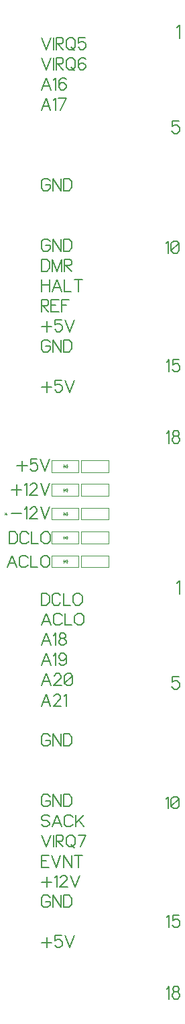
<source format=gto>
G04*
G04  File:            TEMP_GERBER.GTO, Wed Dec 04 20:29:51 2019*
G04  Source:          P-CAD 2006 PCB, Version 19.02.958, (D:\retrocomputing\pdp11-mpi-breakout-board\pcb\temp_gerber.pcb)*
G04  Format:          Gerber Format (RS-274-D), ASCII*
G04*
G04  Format Options:  Absolute Positioning*
G04                   Leading-Zero Suppression*
G04                   Scale Factor 1:1*
G04                   NO Circular Interpolation*
G04                   Inch Units*
G04                   Numeric Format: 4.4 (XXXX.XXXX)*
G04                   G54 NOT Used for Aperture Change*
G04                   Apertures Embedded*
G04*
G04  File Options:    Offset = (0.0mil,0.0mil)*
G04                   Drill Symbol Size = 80.0mil*
G04                   No Pad/Via Holes*
G04*
G04  File Contents:   No Pads*
G04                   No Vias*
G04                   Designators*
G04                   No Types*
G04                   No Values*
G04                   No Drill Symbols*
G04                   Top Silk*
G04*
%INTEMP_GERBER.GTO*%
%ICAS*%
%MOIN*%
G04*
G04  Aperture MACROs for general use --- invoked via D-code assignment *
G04*
G04  General MACRO for flashed round with rotation and/or offset hole *
%AMROTOFFROUND*
1,1,$1,0.0000,0.0000*
1,0,$2,$3,$4*%
G04*
G04  General MACRO for flashed oval (obround) with rotation and/or offset hole *
%AMROTOFFOVAL*
21,1,$1,$2,0.0000,0.0000,$3*
1,1,$4,$5,$6*
1,1,$4,0-$5,0-$6*
1,0,$7,$8,$9*%
G04*
G04  General MACRO for flashed oval (obround) with rotation and no hole *
%AMROTOVALNOHOLE*
21,1,$1,$2,0.0000,0.0000,$3*
1,1,$4,$5,$6*
1,1,$4,0-$5,0-$6*%
G04*
G04  General MACRO for flashed rectangle with rotation and/or offset hole *
%AMROTOFFRECT*
21,1,$1,$2,0.0000,0.0000,$3*
1,0,$4,$5,$6*%
G04*
G04  General MACRO for flashed rectangle with rotation and no hole *
%AMROTRECTNOHOLE*
21,1,$1,$2,0.0000,0.0000,$3*%
G04*
G04  General MACRO for flashed rounded-rectangle *
%AMROUNDRECT*
21,1,$1,$2-$4,0.0000,0.0000,$3*
21,1,$1-$4,$2,0.0000,0.0000,$3*
1,1,$4,$5,$6*
1,1,$4,$7,$8*
1,1,$4,0-$5,0-$6*
1,1,$4,0-$7,0-$8*
1,0,$9,$10,$11*%
G04*
G04  General MACRO for flashed rounded-rectangle with rotation and no hole *
%AMROUNDRECTNOHOLE*
21,1,$1,$2-$4,0.0000,0.0000,$3*
21,1,$1-$4,$2,0.0000,0.0000,$3*
1,1,$4,$5,$6*
1,1,$4,$7,$8*
1,1,$4,0-$5,0-$6*
1,1,$4,0-$7,0-$8*%
G04*
G04  General MACRO for flashed regular polygon *
%AMREGPOLY*
5,1,$1,0.0000,0.0000,$2,$3+$4*
1,0,$5,$6,$7*%
G04*
G04  General MACRO for flashed regular polygon with no hole *
%AMREGPOLYNOHOLE*
5,1,$1,0.0000,0.0000,$2,$3+$4*%
G04*
G04  General MACRO for target *
%AMTARGET*
6,0,0,$1,$2,$3,4,$4,$5,$6*%
G04*
G04  General MACRO for mounting hole *
%AMMTHOLE*
1,1,$1,0,0*
1,0,$2,0,0*
$1=$1-$2*
$1=$1/2*
21,1,$2+$1,$3,0,0,$4*
21,1,$3,$2+$1,0,0,$4*%
G04*
G04*
G04  D10 : "Ellipse X0.254mm Y0.254mm H0.000mm 0.0deg (0.000mm,0.000mm) Draw"*
G04  Disc: OuterDia=0.0100*
%ADD10C, 0.0100*%
G04  D11 : "Ellipse X0.400mm Y0.400mm H0.000mm 0.0deg (0.000mm,0.000mm) Draw"*
G04  Disc: OuterDia=0.0157*
%ADD11C, 0.0157*%
G04  D12 : "Ellipse X0.500mm Y0.500mm H0.000mm 0.0deg (0.000mm,0.000mm) Draw"*
G04  Disc: OuterDia=0.0197*
%ADD12C, 0.0197*%
G04  D13 : "Ellipse X0.100mm Y0.100mm H0.000mm 0.0deg (0.000mm,0.000mm) Draw"*
G04  Disc: OuterDia=0.0039*
%ADD13C, 0.0039*%
G04  D14 : "Ellipse X0.200mm Y0.200mm H0.000mm 0.0deg (0.000mm,0.000mm) Draw"*
G04  Disc: OuterDia=0.0079*
%ADD14C, 0.0079*%
G04  D15 : "Ellipse X2.681mm Y2.681mm H0.000mm 0.0deg (0.000mm,0.000mm) Flash"*
G04  Disc: OuterDia=0.1056*
%ADD15C, 0.1056*%
G04  D16 : "Ellipse X2.300mm Y2.300mm H0.000mm 0.0deg (0.000mm,0.000mm) Flash"*
G04  Disc: OuterDia=0.0906*
%ADD16C, 0.0906*%
G04  D17 : "Rounded Rectangle X3.200mm Y1.800mm H0.000mm 0.0deg (0.000mm,0.000mm) Flash"*
G04  RoundRct: DimX=0.1260, DimY=0.0709, CornerRad=0.0177, Rotation=0.0, OffsetX=0.0000, OffsetY=0.0000, HoleDia=0.0000 *
%ADD17ROUNDRECTNOHOLE, 0.1260 X0.0709 X0.0 X0.0354 X-0.0453 X-0.0177 X-0.0453 X0.0177*%
G04  D18 : "Rounded Rectangle X3.581mm Y2.181mm H0.000mm 0.0deg (0.000mm,0.000mm) Flash"*
G04  RoundRct: DimX=0.1410, DimY=0.0859, CornerRad=0.0215, Rotation=0.0, OffsetX=0.0000, OffsetY=0.0000, HoleDia=0.0000 *
%ADD18ROUNDRECTNOHOLE, 0.1410 X0.0859 X0.0 X0.0429 X-0.0490 X-0.0215 X-0.0490 X0.0215*%
G04  D19 : "Rounded Rectangle X1.200mm Y1.300mm H0.000mm 0.0deg (0.000mm,0.000mm) Flash"*
G04  RoundRct: DimX=0.0472, DimY=0.0512, CornerRad=0.0118, Rotation=0.0, OffsetX=0.0000, OffsetY=0.0000, HoleDia=0.0000 *
%ADD19ROUNDRECTNOHOLE, 0.0472 X0.0512 X0.0 X0.0236 X-0.0118 X-0.0138 X-0.0118 X0.0138*%
G04  D20 : "Rounded Rectangle X1.300mm Y1.200mm H0.000mm 0.0deg (0.000mm,0.000mm) Flash"*
G04  RoundRct: DimX=0.0512, DimY=0.0472, CornerRad=0.0118, Rotation=0.0, OffsetX=0.0000, OffsetY=0.0000, HoleDia=0.0000 *
%ADD20ROUNDRECTNOHOLE, 0.0512 X0.0472 X0.0 X0.0236 X-0.0138 X-0.0118 X-0.0138 X0.0118*%
G04  D21 : "Rounded Rectangle X1.581mm Y1.681mm H0.000mm 0.0deg (0.000mm,0.000mm) Flash"*
G04  RoundRct: DimX=0.0622, DimY=0.0662, CornerRad=0.0156, Rotation=0.0, OffsetX=0.0000, OffsetY=0.0000, HoleDia=0.0000 *
%ADD21ROUNDRECTNOHOLE, 0.0622 X0.0662 X0.0 X0.0311 X-0.0156 X-0.0175 X-0.0156 X0.0175*%
G04  D22 : "Rounded Rectangle X1.681mm Y1.581mm H0.000mm 0.0deg (0.000mm,0.000mm) Flash"*
G04  RoundRct: DimX=0.0662, DimY=0.0622, CornerRad=0.0156, Rotation=0.0, OffsetX=0.0000, OffsetY=0.0000, HoleDia=0.0000 *
%ADD22ROUNDRECTNOHOLE, 0.0662 X0.0622 X0.0 X0.0311 X-0.0175 X-0.0156 X-0.0175 X0.0156*%
G04  D23 : "Rectangle X7.500mm Y2.300mm H0.000mm 0.0deg (0.000mm,0.000mm) Flash"*
G04  Rectangular: DimX=0.2953, DimY=0.0906, Rotation=0.0, OffsetX=0.0000, OffsetY=0.0000, HoleDia=0.0000 *
%ADD23R, 0.2953 X0.0906*%
G04  D24 : "Rectangle X7.881mm Y2.681mm H0.000mm 0.0deg (0.000mm,0.000mm) Flash"*
G04  Rectangular: DimX=0.3103, DimY=0.1056, Rotation=0.0, OffsetX=0.0000, OffsetY=0.0000, HoleDia=0.0000 *
%ADD24R, 0.3103 X0.1056*%
G04  D25 : "Rectangle X9.000mm Y2.300mm H0.000mm 0.0deg (0.000mm,0.000mm) Flash"*
G04  Rectangular: DimX=0.3543, DimY=0.0906, Rotation=0.0, OffsetX=0.0000, OffsetY=0.0000, HoleDia=0.0000 *
%ADD25R, 0.3543 X0.0906*%
G04  D26 : "Rectangle X9.381mm Y2.681mm H0.000mm 0.0deg (0.000mm,0.000mm) Flash"*
G04  Rectangular: DimX=0.3693, DimY=0.1056, Rotation=0.0, OffsetX=0.0000, OffsetY=0.0000, HoleDia=0.0000 *
%ADD26R, 0.3693 X0.1056*%
G04  D27 : "Ellipse X0.400mm Y0.400mm H0.000mm 0.0deg (0.000mm,0.000mm) Flash"*
G04  Disc: OuterDia=0.0157*
%ADD27C, 0.0157*%
G04*
%FSLAX44Y44*%
%SFA1B1*%
%OFA0.0000B0.0000*%
G04*
G70*
G90*
G01*
D2*
%LNTop Silk*%
D13*
X38435Y69537*
X38533Y69635D1*
X38435D2*
X38533Y69537D1*
X38484Y69635D2*
Y69537D1*
X38435Y69586D2*
X38533D1*
D2*
D14*
X40688Y50543*
X40573Y50658D1*
X40373*
X40259Y50543*
Y50171*
X40373Y50057*
X40573*
X40688Y50171*
Y50343*
X40459*
X41231Y50658D2*
Y50057D1*
X40831Y50658*
Y50057*
X41375D2*
Y50658D1*
X41632*
X41775Y50515*
Y50200*
X41632Y50057*
X41375*
X40688Y55543D2*
X40573Y55658D1*
X40373*
X40259Y55543*
Y55171*
X40373Y55057*
X40573*
X40688Y55171*
Y55343*
X40459*
X41231Y55658D2*
Y55057D1*
X40831Y55658*
Y55057*
X41375D2*
Y55658D1*
X41632*
X41775Y55515*
Y55200*
X41632Y55057*
X41375*
X40688Y58543D2*
X40573Y58658D1*
X40373*
X40259Y58543*
Y58171*
X40373Y58057*
X40573*
X40688Y58171*
Y58343*
X40459*
X41231Y58658D2*
Y58057D1*
X40831Y58658*
Y58057*
X41375D2*
Y58658D1*
X41632*
X41775Y58515*
Y58200*
X41632Y58057*
X41375*
X40716Y61057D2*
X40487Y61658D1*
X40259Y61057*
X40344Y61257D2*
X40630D1*
X40888Y61543D2*
X41002Y61658D1*
X41117*
X41231Y61543*
Y61429*
X40859Y61057*
X41260*
X41403Y61229D2*
Y61543D1*
X41517Y61658*
X41689*
X41803Y61543*
Y61171*
X41689Y61057*
X41517*
X41403Y61171*
Y61229*
Y61171D2*
X41803Y61543D1*
X40718Y62058D2*
X40489Y62661D1*
X40259Y62058*
X40345Y62259D2*
X40632D1*
X40862Y62546D2*
X40977Y62661D1*
Y62058*
X41120Y62173D2*
X41235Y62058D1*
X41379*
X41494Y62173*
Y62546*
X41379Y62661*
X41235*
X41120Y62546*
Y62431*
X41235Y62316*
X41379*
X41494Y62431*
D2*
D13*
X40767Y68110*
Y68700D1*
Y66929D2*
Y67519D1*
Y69291D2*
Y69881D1*
Y70472D2*
Y71062D1*
D2*
D14*
X40259Y79614*
Y80216D1*
X40517*
X40603Y80130*
Y79987*
X40517Y79901*
X40259*
X40316D2*
X40603Y79614D1*
X41119Y80216D2*
X40746D1*
Y79614*
X41119*
X40746Y79930D2*
X40975D1*
X41635Y80216D2*
X41262D1*
Y79614*
Y79930D2*
X41491D1*
X40688Y83100D2*
X40573Y83215D1*
X40373*
X40259Y83100*
Y82728*
X40373Y82614*
X40573*
X40688Y82728*
Y82900*
X40459*
X41231Y83215D2*
Y82614D1*
X40831Y83215*
Y82614*
X41375D2*
Y83215D1*
X41632*
X41775Y83072*
Y82757*
X41632Y82614*
X41375*
X40259Y81614D2*
Y82215D1*
X40516*
X40659Y82072*
Y81757*
X40516Y81614*
X40259*
X41260D2*
Y82215D1*
X41031Y81614*
X40802Y82215*
Y81614*
X41404D2*
Y82215D1*
X41661*
X41747Y82129*
Y81986*
X41661Y81900*
X41404*
X41461D2*
X41747Y81614D1*
X40688Y86100D2*
X40573Y86215D1*
X40373*
X40259Y86100*
Y85728*
X40373Y85614*
X40573*
X40688Y85728*
Y85900*
X40459*
X41231Y86215D2*
Y85614D1*
X40831Y86215*
Y85614*
X41375D2*
Y86215D1*
X41632*
X41775Y86072*
Y85757*
X41632Y85614*
X41375*
X40718Y90615D2*
X40489Y91218D1*
X40259Y90615*
X40345Y90816D2*
X40632D1*
X40862Y91103D2*
X40977Y91218D1*
Y90615*
X41494Y91132D2*
X41408Y91218D1*
X41293*
X41264*
X41120Y91074*
Y90730*
X41235Y90615*
X41379*
X41494Y90730*
Y90845*
X41379Y90959*
X41235*
X41120Y90845*
D2*
D13*
X42106Y68700*
Y68110D1*
Y67519D2*
Y66929D1*
Y69881D2*
Y69291D1*
Y71062D2*
Y70472D1*
D2*
D14*
X46489Y46018*
X46606Y46135D1*
Y45522*
X46869Y45872D2*
X47015D1*
X47103Y45960*
Y46047*
X47015Y46135*
X46869*
X46781Y46047*
Y45960*
X46869Y45872*
X46752Y45755*
Y45639*
X46869Y45522*
X47015*
X47132Y45639*
Y45755*
X47015Y45872*
X46489Y49561D2*
X46606Y49678D1*
Y49065*
X47103Y49678D2*
X46781D1*
Y49415*
X46898Y49474*
X47015*
X47132Y49357*
Y49182*
X47015Y49065*
X46869*
X46752Y49182*
X46458Y55441D2*
X46570Y55553D1*
Y54963*
X46711Y55132D2*
Y55441D1*
X46823Y55553*
X46992*
X47105Y55441*
Y55075*
X46992Y54963*
X46823*
X46711Y55075*
Y55132*
Y55075D2*
X47105Y55441D1*
X47101Y61505D2*
X46774D1*
Y61237*
X46893Y61297*
X47012*
X47131Y61178*
Y60999*
X47012Y60880*
X46863*
X46744Y60999*
X46489Y73577D2*
X46606Y73694D1*
Y73081*
X46869Y73431D2*
X47015D1*
X47103Y73519*
Y73606*
X47015Y73694*
X46869*
X46781Y73606*
Y73519*
X46869Y73431*
X46752Y73314*
Y73198*
X46869Y73081*
X47015*
X47132Y73198*
Y73314*
X47015Y73431*
X46489Y77121D2*
X46606Y77237D1*
Y76624*
X47103Y77237D2*
X46781D1*
Y76974*
X46898Y77033*
X47015*
X47132Y76916*
Y76741*
X47015Y76624*
X46869*
X46752Y76741*
X46458Y83000D2*
X46570Y83113D1*
Y82522*
X46711Y82691D2*
Y83000D1*
X46823Y83113*
X46992*
X47105Y83000*
Y82634*
X46992Y82522*
X46823*
X46711Y82634*
Y82691*
Y82634D2*
X47105Y83000D1*
X47101Y89064D2*
X46774D1*
Y88796*
X46893Y88856*
X47012*
X47131Y88737*
Y88558*
X47012Y88439*
X46863*
X46744Y88558*
X40707Y60053D2*
X40482Y60644D1*
X40257Y60053*
X40341Y60250D2*
X40623D1*
X40876Y60532D2*
X40988Y60644D1*
X41101*
X41213Y60532*
Y60419*
X40848Y60053*
X41241*
X41382Y60532D2*
X41494Y60644D1*
Y60053*
X40718Y63058D2*
X40489Y63661D1*
X40259Y63058*
X40345Y63259D2*
X40632D1*
X40862Y63546D2*
X40977Y63661D1*
Y63058*
X41235Y63402D2*
X41379D1*
X41465Y63488*
Y63575*
X41379Y63661*
X41235*
X41149Y63575*
Y63488*
X41235Y63402*
X41120Y63287*
Y63173*
X41235Y63058*
X41379*
X41494Y63173*
Y63287*
X41379Y63402*
D2*
D13*
X40767Y71653*
Y72244D1*
D2*
D14*
X40688Y78100*
X40573Y78215D1*
X40373*
X40259Y78100*
Y77728*
X40373Y77614*
X40573*
X40688Y77728*
Y77900*
X40459*
X41231Y78215D2*
Y77614D1*
X40831Y78215*
Y77614*
X41375D2*
Y78215D1*
X41632*
X41775Y78072*
Y77757*
X41632Y77614*
X41375*
X40707Y89611D2*
X40482Y90201D1*
X40257Y89611*
X40341Y89807D2*
X40623D1*
X40848Y90089D2*
X40960Y90201D1*
Y89611*
X41213D2*
X41494Y90201D1*
X41101*
D2*
D13*
X42106Y72244*
Y71653D1*
D2*
D14*
X47003Y66155*
X47129Y66282D1*
Y65617*
X47003Y93714D2*
X47129Y93841D1*
Y93177*
X40623Y52644D2*
X40257D1*
Y52053*
X40623*
X40257Y52363D2*
X40482D1*
X40763Y52644D2*
X40988Y52053D1*
X41213Y52644*
X41748D2*
Y52053D1*
X41354Y52644*
Y52053*
X42085Y52644D2*
Y52053D1*
X41888Y52644D2*
X42282D1*
X40258Y53654D2*
X40486Y53056D1*
X40714Y53654*
X40856D2*
Y53056D1*
X40998D2*
Y53654D1*
X41254*
X41340Y53568*
Y53426*
X41254Y53341*
X40998*
X41055D2*
X41340Y53056D1*
X41624Y53654D2*
X41482Y53511D1*
Y53198*
X41624Y53056*
X41795*
X41938Y53198*
Y53511*
X41795Y53654*
X41624*
X41738Y53170D2*
X41909Y52999D1*
X42194Y53056D2*
X42478Y53654D1*
X42080*
X40714Y64056D2*
X40486Y64654D1*
X40258Y64056*
X40344Y64255D2*
X40628D1*
X41284Y64540D2*
X41170Y64654D1*
X40970*
X40856Y64540*
Y64170*
X40970Y64056*
X41170*
X41284Y64170*
X41426Y64654D2*
Y64056D1*
X41768*
X42053D2*
X42223D1*
X42366Y64198*
Y64512*
X42223Y64654*
X42053*
X41910Y64512*
Y64198*
X42053Y64056*
X40257Y65053D2*
Y65644D1*
X40510*
X40651Y65503*
Y65194*
X40510Y65053*
X40257*
X41213Y65532D2*
X41101Y65644D1*
X40904*
X40791Y65532*
Y65166*
X40904Y65053*
X41101*
X41213Y65166*
X41354Y65644D2*
Y65053D1*
X41691*
X41973D2*
X42141D1*
X42282Y65194*
Y65503*
X42141Y65644*
X41973*
X41832Y65503*
Y65194*
X41973Y65053*
D2*
D13*
X40767Y68700*
X42106D1*
D2*
D14*
X38667Y68103*
Y68693D1*
X38920*
X39060Y68553*
Y68243*
X38920Y68103*
X38667*
X39623Y68581D2*
X39510Y68693D1*
X39313*
X39201Y68581*
Y68215*
X39313Y68103*
X39510*
X39623Y68215*
X39763Y68693D2*
Y68103D1*
X40101*
X40382D2*
X40551D1*
X40691Y68243*
Y68553*
X40551Y68693*
X40382*
X40241Y68553*
Y68243*
X40382Y68103*
D2*
D13*
X40767Y67519*
X42106D1*
D2*
D14*
X39018Y66924*
X38790Y67522D1*
X38562Y66924*
X38648Y67123D2*
X38932D1*
X39588Y67408D2*
X39474Y67522D1*
X39274*
X39160Y67408*
Y67038*
X39274Y66924*
X39474*
X39588Y67038*
X39730Y67522D2*
Y66924D1*
X40072*
X40357D2*
X40527D1*
X40670Y67067*
Y67380*
X40527Y67522*
X40357*
X40214Y67380*
Y67067*
X40357Y66924*
D2*
D13*
X42106Y66929*
X40767D1*
X42106Y68110D2*
X40767D1*
X42106Y69291D2*
X40767D1*
Y69881D2*
X42106D1*
Y70472D2*
X40767D1*
Y71062D2*
X42106D1*
D2*
D14*
X39016Y71030*
Y70517D1*
X38759Y70774D2*
X39272D1*
X39415Y71002D2*
X39529Y71116D1*
Y70517*
X39700Y71002D2*
X39814Y71116D1*
X39928*
X40042Y71002*
Y70888*
X39672Y70517*
X40071*
X40214Y71116D2*
X40442Y70517D1*
X40670Y71116*
D2*
D13*
X42106Y71653*
X40767D1*
D2*
D14*
X38759Y69592*
X39272D1*
X39415Y69821D2*
X39529Y69935D1*
Y69336*
X39700Y69821D2*
X39814Y69935D1*
X39928*
X40042Y69821*
Y69707*
X39672Y69336*
X40071*
X40214Y69935D2*
X40442Y69336D1*
X40670Y69935*
D2*
D13*
X40767Y72244*
X42106D1*
D2*
D14*
X40516Y76128*
Y75614D1*
X40258Y75871D2*
X40773D1*
X41259Y76214D2*
X40944D1*
Y75957*
X41059Y76014*
X41173*
X41287Y75900*
Y75728*
X41173Y75614*
X41030*
X40916Y75728*
X41430Y76214D2*
X41659Y75614D1*
X41888Y76214*
X40516Y79128D2*
Y78614D1*
X40258Y78871D2*
X40773D1*
X41259Y79214D2*
X40944D1*
Y78957*
X41059Y79014*
X41173*
X41287Y78900*
Y78728*
X41173Y78614*
X41030*
X40916Y78728*
X41430Y79214D2*
X41659Y78614D1*
X41888Y79214*
X40258Y92211D2*
X40486Y91613D1*
X40714Y92211*
X40856D2*
Y91613D1*
X40998D2*
Y92211D1*
X41255*
X41340Y92125*
Y91983*
X41255Y91898*
X40998*
X41055D2*
X41340Y91613D1*
X41625Y92211D2*
X41482Y92069D1*
Y91755*
X41625Y91613*
X41795*
X41938Y91755*
Y92069*
X41795Y92211*
X41625*
X41739Y91727D2*
X41909Y91556D1*
X42450Y92125D2*
X42365Y92211D1*
X42251*
X42222*
X42080Y92069*
Y91727*
X42194Y91613*
X42336*
X42450Y91727*
Y91841*
X42336Y91955*
X42194*
X42080Y91841*
X40516Y48571D2*
Y48057D1*
X40258Y48314D2*
X40773D1*
X41259Y48657D2*
X40944D1*
Y48400*
X41059Y48457*
X41173*
X41287Y48343*
Y48171*
X41173Y48057*
X41030*
X40916Y48171*
X41430Y48657D2*
X41659Y48057D1*
X41888Y48657*
X40657Y54569D2*
X40571Y54654D1*
X40372*
X40258Y54540*
Y54455*
X40344Y54369*
X40543*
X40657Y54255*
Y54170*
X40543Y54056*
X40372*
X40258Y54170*
X41255Y54056D2*
X41027Y54654D1*
X40799Y54056*
X40885Y54255D2*
X41170D1*
X41825Y54540D2*
X41711Y54654D1*
X41511*
X41397Y54540*
Y54170*
X41511Y54056*
X41711*
X41825Y54170*
X41967Y54654D2*
Y54056D1*
X42366Y54654D2*
X41967Y54255D1*
X42110Y54398D2*
X42366Y54056D1*
X40515Y51570D2*
Y51056D1*
X40258Y51313D2*
X40772D1*
X40914Y51541D2*
X41028Y51655D1*
Y51056*
X41199Y51541D2*
X41313Y51655D1*
X41427*
X41542Y51541*
Y51427*
X41171Y51056*
X41570*
X41713Y51655D2*
X41941Y51056D1*
X42169Y51655*
X39298Y72213D2*
Y71698D1*
X39041Y71956D2*
X39555D1*
X40041Y72299D2*
X39727D1*
Y72041*
X39841Y72099*
X39955*
X40070Y71984*
Y71813*
X39955Y71698*
X39812*
X39698Y71813*
X40212Y72299D2*
X40441Y71698D1*
X40670Y72299*
X40258Y81212D2*
Y80613D1*
X40657Y81212D2*
Y80613D1*
X40258Y80927D2*
X40657D1*
X41256Y80613D2*
X41028Y81212D1*
X40800Y80613*
X40885Y80813D2*
X41170D1*
X41398Y81212D2*
Y80613D1*
X41740*
X42082Y81212D2*
Y80613D1*
X41883Y81212D2*
X42281D1*
X40258Y93211D2*
X40486Y92613D1*
X40714Y93211*
X40856D2*
Y92613D1*
X40998D2*
Y93211D1*
X41255*
X41340Y93125*
Y92983*
X41255Y92898*
X40998*
X41055D2*
X41340Y92613D1*
X41625Y93211D2*
X41482Y93069D1*
Y92755*
X41625Y92613*
X41795*
X41938Y92755*
Y93069*
X41795Y93211*
X41625*
X41739Y92727D2*
X41909Y92556D1*
X42422Y93211D2*
X42109D1*
Y92955*
X42222Y93012*
X42336*
X42450Y92898*
Y92727*
X42336Y92613*
X42194*
X42080Y92727*
D2*
D13*
X43582Y68700*
Y68110D1*
X42244Y68700D2*
X43582D1*
X42244Y68110D2*
Y68700D1*
X43582Y68110D2*
X42244D1*
X43582Y67519D2*
Y66929D1*
X42244Y67519D2*
X43582D1*
X42244Y66929D2*
Y67519D1*
X43582Y66929D2*
X42244D1*
X43582Y69881D2*
Y69291D1*
X42244Y69881D2*
X43582D1*
X42244Y69291D2*
Y69881D1*
X43582Y69291D2*
X42244D1*
X43582Y71062D2*
Y70472D1*
X42244Y71062D2*
X43582D1*
X42244Y70472D2*
Y71062D1*
X43582Y70472D2*
X42244D1*
X43582Y72244D2*
Y71653D1*
X42244Y72244D2*
X43582D1*
X42244Y71653D2*
Y72244D1*
X43582Y71653D2*
X42244D1*
X41555Y68405D2*
X41318D1*
X41358Y68326D2*
Y68484D1*
Y68405D2*
X41515Y68326D1*
Y68484*
X41358Y68405*
D2*
D10*
D13*
X41555Y67224*
X41318D1*
X41358Y67145D2*
Y67303D1*
Y67224D2*
X41515Y67145D1*
Y67303*
X41358Y67224*
D2*
D10*
D13*
X41555Y69586*
X41318D1*
X41358Y69507D2*
Y69665D1*
Y69586D2*
X41515Y69507D1*
Y69665*
X41358Y69586*
D2*
D10*
D13*
X41555Y70767*
X41318D1*
X41358Y70688D2*
Y70846D1*
Y70767D2*
X41515Y70688D1*
Y70846*
X41358Y70767*
D2*
D10*
D13*
X41555Y71948*
X41318D1*
X41358Y71870D2*
Y72027D1*
Y71948D2*
X41515Y71870D1*
Y72027*
X41358Y71948*
D2*
D10*
D02M02*

</source>
